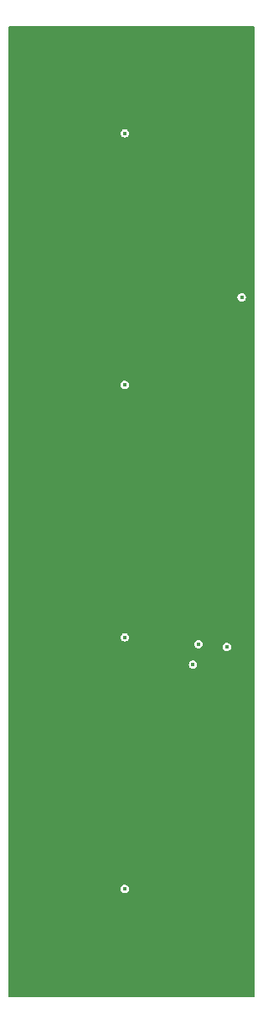
<source format=gbr>
%TF.GenerationSoftware,KiCad,Pcbnew,(6.0.4)*%
%TF.CreationDate,2023-05-22T00:35:00+09:00*%
%TF.ProjectId,Antenna,416e7465-6e6e-4612-9e6b-696361645f70,rev?*%
%TF.SameCoordinates,Original*%
%TF.FileFunction,Copper,L2,Inr*%
%TF.FilePolarity,Positive*%
%FSLAX46Y46*%
G04 Gerber Fmt 4.6, Leading zero omitted, Abs format (unit mm)*
G04 Created by KiCad (PCBNEW (6.0.4)) date 2023-05-22 00:35:00*
%MOMM*%
%LPD*%
G01*
G04 APERTURE LIST*
%TA.AperFunction,ComponentPad*%
%ADD10C,2.600000*%
%TD*%
%TA.AperFunction,ViaPad*%
%ADD11C,0.450000*%
%TD*%
G04 APERTURE END LIST*
D10*
%TO.N,GND*%
%TO.C,H2*%
X134075000Y-65786000D03*
%TD*%
%TO.N,GND*%
%TO.C,H1*%
X134075000Y-116128800D03*
%TD*%
D11*
%TO.N,GND*%
X134010400Y-90678000D03*
X132689600Y-105410000D03*
X132689600Y-103378000D03*
X129600000Y-100200000D03*
X133680200Y-94488001D03*
X134467600Y-102133400D03*
X131851400Y-78003400D03*
X133476999Y-97053400D03*
X130911600Y-109423200D03*
X130911600Y-108610399D03*
X132918200Y-100939599D03*
X130657600Y-100025201D03*
X130911600Y-107797600D03*
X130403601Y-104521000D03*
X132257800Y-112649000D03*
X134467600Y-101320601D03*
X130657600Y-96774001D03*
X130352800Y-93294200D03*
X133248400Y-110439199D03*
X133248400Y-111251999D03*
X132918200Y-101752400D03*
X130708400Y-91059000D03*
X129600000Y-102650000D03*
X133248400Y-107188000D03*
X134924800Y-84277200D03*
X131597400Y-95300800D03*
X129589347Y-92885112D03*
X132029200Y-104521000D03*
X130657600Y-99212400D03*
X133477000Y-97866200D03*
X130657600Y-95961200D03*
X132064064Y-92313064D03*
X133248400Y-112064800D03*
X130657600Y-98399602D03*
X129600000Y-98025000D03*
X131850000Y-72925000D03*
X134035800Y-95300800D03*
X132918200Y-100126800D03*
X131851400Y-76978400D03*
X133248400Y-109626398D03*
X134289801Y-97866200D03*
X133654800Y-104521000D03*
X132689600Y-98526601D03*
X132842000Y-104521000D03*
X130835400Y-94005400D03*
X132562600Y-92964001D03*
X132410200Y-95300800D03*
X130911600Y-110235998D03*
X129600000Y-104300000D03*
X131325000Y-84250000D03*
X130657600Y-97586801D03*
X134289800Y-97053400D03*
X133248400Y-108000799D03*
X130911600Y-111048799D03*
X130657600Y-100838000D03*
X135102598Y-97053400D03*
X132918200Y-102565198D03*
X129600000Y-95325000D03*
X133222999Y-95300800D03*
X132664200Y-96901000D03*
X129590800Y-91059000D03*
X133248400Y-108813600D03*
X132562600Y-93776800D03*
X130835400Y-94843600D03*
X132689600Y-99339400D03*
X131850000Y-71900000D03*
X135102600Y-97866200D03*
X130911600Y-111861599D03*
X131216401Y-104521000D03*
X132689600Y-97713800D03*
X131489327Y-91738327D03*
X134467600Y-99695002D03*
X131445002Y-112649000D03*
X134467600Y-100507800D03*
%TO.N,/receiver/RX*%
X123300000Y-104650000D03*
X123300000Y-79200000D03*
X123300000Y-130000000D03*
X123300000Y-53850000D03*
%TO.N,/5VA*%
X130200000Y-107416600D03*
X133629400Y-105638600D03*
%TO.N,/~EN1*%
X130759200Y-105333800D03*
X135128000Y-70383400D03*
%TD*%
%TA.AperFunction,Conductor*%
%TO.N,GND*%
G36*
X136268300Y-118033800D02*
G01*
X133019800Y-118033800D01*
X129362200Y-112776000D01*
X129362200Y-107416600D01*
X129770209Y-107416600D01*
X129791244Y-107549413D01*
X129852292Y-107669225D01*
X129947375Y-107764308D01*
X130067187Y-107825356D01*
X130200000Y-107846391D01*
X130332813Y-107825356D01*
X130452625Y-107764308D01*
X130547708Y-107669225D01*
X130608756Y-107549413D01*
X130629791Y-107416600D01*
X130608756Y-107283787D01*
X130547708Y-107163975D01*
X130452625Y-107068892D01*
X130332813Y-107007844D01*
X130200000Y-106986809D01*
X130067187Y-107007844D01*
X129947375Y-107068892D01*
X129852292Y-107163975D01*
X129791244Y-107283787D01*
X129770209Y-107416600D01*
X129362200Y-107416600D01*
X129362200Y-105333800D01*
X130329409Y-105333800D01*
X130350444Y-105466613D01*
X130411492Y-105586425D01*
X130506575Y-105681508D01*
X130626387Y-105742556D01*
X130759200Y-105763591D01*
X130892013Y-105742556D01*
X131011825Y-105681508D01*
X131054733Y-105638600D01*
X133199609Y-105638600D01*
X133220644Y-105771413D01*
X133281692Y-105891225D01*
X133376775Y-105986308D01*
X133496587Y-106047356D01*
X133629400Y-106068391D01*
X133762213Y-106047356D01*
X133882025Y-105986308D01*
X133977108Y-105891225D01*
X134038156Y-105771413D01*
X134059191Y-105638600D01*
X134038156Y-105505787D01*
X133977108Y-105385975D01*
X133882025Y-105290892D01*
X133762213Y-105229844D01*
X133629400Y-105208809D01*
X133496587Y-105229844D01*
X133376775Y-105290892D01*
X133281692Y-105385975D01*
X133220644Y-105505787D01*
X133199609Y-105638600D01*
X131054733Y-105638600D01*
X131106908Y-105586425D01*
X131167956Y-105466613D01*
X131188991Y-105333800D01*
X131167956Y-105200987D01*
X131106908Y-105081175D01*
X131011825Y-104986092D01*
X130892013Y-104925044D01*
X130759200Y-104904009D01*
X130626387Y-104925044D01*
X130506575Y-104986092D01*
X130411492Y-105081175D01*
X130350444Y-105200987D01*
X130329409Y-105333800D01*
X129362200Y-105333800D01*
X129362200Y-90576400D01*
X129946400Y-83718400D01*
X129946400Y-71907462D01*
X130472101Y-70383400D01*
X134698209Y-70383400D01*
X134719244Y-70516213D01*
X134780292Y-70636025D01*
X134875375Y-70731108D01*
X134995187Y-70792156D01*
X135128000Y-70813191D01*
X135260813Y-70792156D01*
X135380625Y-70731108D01*
X135475708Y-70636025D01*
X135536756Y-70516213D01*
X135557791Y-70383400D01*
X135536756Y-70250587D01*
X135475708Y-70130775D01*
X135380625Y-70035692D01*
X135260813Y-69974644D01*
X135128000Y-69953609D01*
X134995187Y-69974644D01*
X134875375Y-70035692D01*
X134780292Y-70130775D01*
X134719244Y-70250587D01*
X134698209Y-70383400D01*
X130472101Y-70383400D01*
X132715000Y-63881000D01*
X136268300Y-63881000D01*
X136268300Y-118033800D01*
G37*
%TD.AperFunction*%
%TD*%
%TA.AperFunction,Conductor*%
%TO.N,GND*%
G36*
X136389921Y-43074002D02*
G01*
X136436414Y-43127658D01*
X136447800Y-43180000D01*
X136447800Y-140817600D01*
X136427798Y-140885721D01*
X136374142Y-140932214D01*
X136321800Y-140943600D01*
X111683800Y-140943600D01*
X111615679Y-140923598D01*
X111569186Y-140869942D01*
X111557800Y-140817600D01*
X111557800Y-130000000D01*
X122870209Y-130000000D01*
X122891244Y-130132813D01*
X122952292Y-130252625D01*
X123047375Y-130347708D01*
X123056207Y-130352208D01*
X123056208Y-130352209D01*
X123107281Y-130378232D01*
X123167187Y-130408756D01*
X123300000Y-130429791D01*
X123432813Y-130408756D01*
X123492719Y-130378232D01*
X123543792Y-130352209D01*
X123543793Y-130352208D01*
X123552625Y-130347708D01*
X123647708Y-130252625D01*
X123708756Y-130132813D01*
X123729791Y-130000000D01*
X123708756Y-129867187D01*
X123647708Y-129747375D01*
X123552625Y-129652292D01*
X123543793Y-129647792D01*
X123543792Y-129647791D01*
X123492719Y-129621768D01*
X123432813Y-129591244D01*
X123300000Y-129570209D01*
X123167187Y-129591244D01*
X123107281Y-129621768D01*
X123056208Y-129647791D01*
X123056207Y-129647792D01*
X123047375Y-129652292D01*
X122952292Y-129747375D01*
X122891244Y-129867187D01*
X122870209Y-130000000D01*
X111557800Y-130000000D01*
X111557800Y-107416600D01*
X129770209Y-107416600D01*
X129791244Y-107549413D01*
X129852292Y-107669225D01*
X129947375Y-107764308D01*
X129956207Y-107768808D01*
X129956208Y-107768809D01*
X130007281Y-107794832D01*
X130067187Y-107825356D01*
X130200000Y-107846391D01*
X130332813Y-107825356D01*
X130392719Y-107794832D01*
X130443792Y-107768809D01*
X130443793Y-107768808D01*
X130452625Y-107764308D01*
X130547708Y-107669225D01*
X130608756Y-107549413D01*
X130629791Y-107416600D01*
X130608756Y-107283787D01*
X130547708Y-107163975D01*
X130452625Y-107068892D01*
X130443793Y-107064392D01*
X130443792Y-107064391D01*
X130392719Y-107038368D01*
X130332813Y-107007844D01*
X130200000Y-106986809D01*
X130067187Y-107007844D01*
X130007281Y-107038368D01*
X129956208Y-107064391D01*
X129956207Y-107064392D01*
X129947375Y-107068892D01*
X129852292Y-107163975D01*
X129791244Y-107283787D01*
X129770209Y-107416600D01*
X111557800Y-107416600D01*
X111557800Y-105333800D01*
X130329409Y-105333800D01*
X130350444Y-105466613D01*
X130411492Y-105586425D01*
X130506575Y-105681508D01*
X130515407Y-105686008D01*
X130515408Y-105686009D01*
X130566481Y-105712032D01*
X130626387Y-105742556D01*
X130759200Y-105763591D01*
X130892013Y-105742556D01*
X130951919Y-105712032D01*
X131002992Y-105686009D01*
X131002993Y-105686008D01*
X131011825Y-105681508D01*
X131054733Y-105638600D01*
X133199609Y-105638600D01*
X133220644Y-105771413D01*
X133281692Y-105891225D01*
X133376775Y-105986308D01*
X133385607Y-105990808D01*
X133385608Y-105990809D01*
X133436681Y-106016832D01*
X133496587Y-106047356D01*
X133629400Y-106068391D01*
X133762213Y-106047356D01*
X133822119Y-106016832D01*
X133873192Y-105990809D01*
X133873193Y-105990808D01*
X133882025Y-105986308D01*
X133977108Y-105891225D01*
X134038156Y-105771413D01*
X134059191Y-105638600D01*
X134038156Y-105505787D01*
X133977108Y-105385975D01*
X133882025Y-105290892D01*
X133873193Y-105286392D01*
X133873192Y-105286391D01*
X133822119Y-105260368D01*
X133762213Y-105229844D01*
X133629400Y-105208809D01*
X133496587Y-105229844D01*
X133436681Y-105260368D01*
X133385608Y-105286391D01*
X133385607Y-105286392D01*
X133376775Y-105290892D01*
X133281692Y-105385975D01*
X133220644Y-105505787D01*
X133199609Y-105638600D01*
X131054733Y-105638600D01*
X131106908Y-105586425D01*
X131167956Y-105466613D01*
X131188991Y-105333800D01*
X131167956Y-105200987D01*
X131106908Y-105081175D01*
X131011825Y-104986092D01*
X131002993Y-104981592D01*
X131002992Y-104981591D01*
X130951919Y-104955568D01*
X130892013Y-104925044D01*
X130759200Y-104904009D01*
X130626387Y-104925044D01*
X130566481Y-104955568D01*
X130515408Y-104981591D01*
X130515407Y-104981592D01*
X130506575Y-104986092D01*
X130411492Y-105081175D01*
X130350444Y-105200987D01*
X130329409Y-105333800D01*
X111557800Y-105333800D01*
X111557800Y-104650000D01*
X122870209Y-104650000D01*
X122891244Y-104782813D01*
X122952292Y-104902625D01*
X123047375Y-104997708D01*
X123056207Y-105002208D01*
X123056208Y-105002209D01*
X123107281Y-105028232D01*
X123167187Y-105058756D01*
X123300000Y-105079791D01*
X123432813Y-105058756D01*
X123492719Y-105028232D01*
X123543792Y-105002209D01*
X123543793Y-105002208D01*
X123552625Y-104997708D01*
X123647708Y-104902625D01*
X123708756Y-104782813D01*
X123729791Y-104650000D01*
X123708756Y-104517187D01*
X123647708Y-104397375D01*
X123552625Y-104302292D01*
X123543793Y-104297792D01*
X123543792Y-104297791D01*
X123492719Y-104271768D01*
X123432813Y-104241244D01*
X123300000Y-104220209D01*
X123167187Y-104241244D01*
X123107281Y-104271768D01*
X123056208Y-104297791D01*
X123056207Y-104297792D01*
X123047375Y-104302292D01*
X122952292Y-104397375D01*
X122891244Y-104517187D01*
X122870209Y-104650000D01*
X111557800Y-104650000D01*
X111557800Y-79200000D01*
X122870209Y-79200000D01*
X122891244Y-79332813D01*
X122952292Y-79452625D01*
X123047375Y-79547708D01*
X123056207Y-79552208D01*
X123056208Y-79552209D01*
X123107281Y-79578232D01*
X123167187Y-79608756D01*
X123300000Y-79629791D01*
X123432813Y-79608756D01*
X123492719Y-79578232D01*
X123543792Y-79552209D01*
X123543793Y-79552208D01*
X123552625Y-79547708D01*
X123647708Y-79452625D01*
X123708756Y-79332813D01*
X123729791Y-79200000D01*
X123708756Y-79067187D01*
X123647708Y-78947375D01*
X123552625Y-78852292D01*
X123543793Y-78847792D01*
X123543792Y-78847791D01*
X123492719Y-78821768D01*
X123432813Y-78791244D01*
X123300000Y-78770209D01*
X123167187Y-78791244D01*
X123107281Y-78821768D01*
X123056208Y-78847791D01*
X123056207Y-78847792D01*
X123047375Y-78852292D01*
X122952292Y-78947375D01*
X122891244Y-79067187D01*
X122870209Y-79200000D01*
X111557800Y-79200000D01*
X111557800Y-70383400D01*
X134698209Y-70383400D01*
X134719244Y-70516213D01*
X134780292Y-70636025D01*
X134875375Y-70731108D01*
X134884207Y-70735608D01*
X134884208Y-70735609D01*
X134935281Y-70761632D01*
X134995187Y-70792156D01*
X135128000Y-70813191D01*
X135260813Y-70792156D01*
X135320719Y-70761632D01*
X135371792Y-70735609D01*
X135371793Y-70735608D01*
X135380625Y-70731108D01*
X135475708Y-70636025D01*
X135536756Y-70516213D01*
X135557791Y-70383400D01*
X135536756Y-70250587D01*
X135475708Y-70130775D01*
X135380625Y-70035692D01*
X135371793Y-70031192D01*
X135371792Y-70031191D01*
X135320719Y-70005168D01*
X135260813Y-69974644D01*
X135128000Y-69953609D01*
X134995187Y-69974644D01*
X134935281Y-70005168D01*
X134884208Y-70031191D01*
X134884207Y-70031192D01*
X134875375Y-70035692D01*
X134780292Y-70130775D01*
X134719244Y-70250587D01*
X134698209Y-70383400D01*
X111557800Y-70383400D01*
X111557800Y-53850000D01*
X122870209Y-53850000D01*
X122891244Y-53982813D01*
X122952292Y-54102625D01*
X123047375Y-54197708D01*
X123056207Y-54202208D01*
X123056208Y-54202209D01*
X123107281Y-54228232D01*
X123167187Y-54258756D01*
X123300000Y-54279791D01*
X123432813Y-54258756D01*
X123492719Y-54228232D01*
X123543792Y-54202209D01*
X123543793Y-54202208D01*
X123552625Y-54197708D01*
X123647708Y-54102625D01*
X123708756Y-53982813D01*
X123729791Y-53850000D01*
X123708756Y-53717187D01*
X123647708Y-53597375D01*
X123552625Y-53502292D01*
X123543793Y-53497792D01*
X123543792Y-53497791D01*
X123492719Y-53471768D01*
X123432813Y-53441244D01*
X123300000Y-53420209D01*
X123167187Y-53441244D01*
X123107281Y-53471768D01*
X123056208Y-53497791D01*
X123056207Y-53497792D01*
X123047375Y-53502292D01*
X122952292Y-53597375D01*
X122891244Y-53717187D01*
X122870209Y-53850000D01*
X111557800Y-53850000D01*
X111557800Y-43180000D01*
X111577802Y-43111879D01*
X111631458Y-43065386D01*
X111683800Y-43054000D01*
X136321800Y-43054000D01*
X136389921Y-43074002D01*
G37*
%TD.AperFunction*%
%TD*%
M02*

</source>
